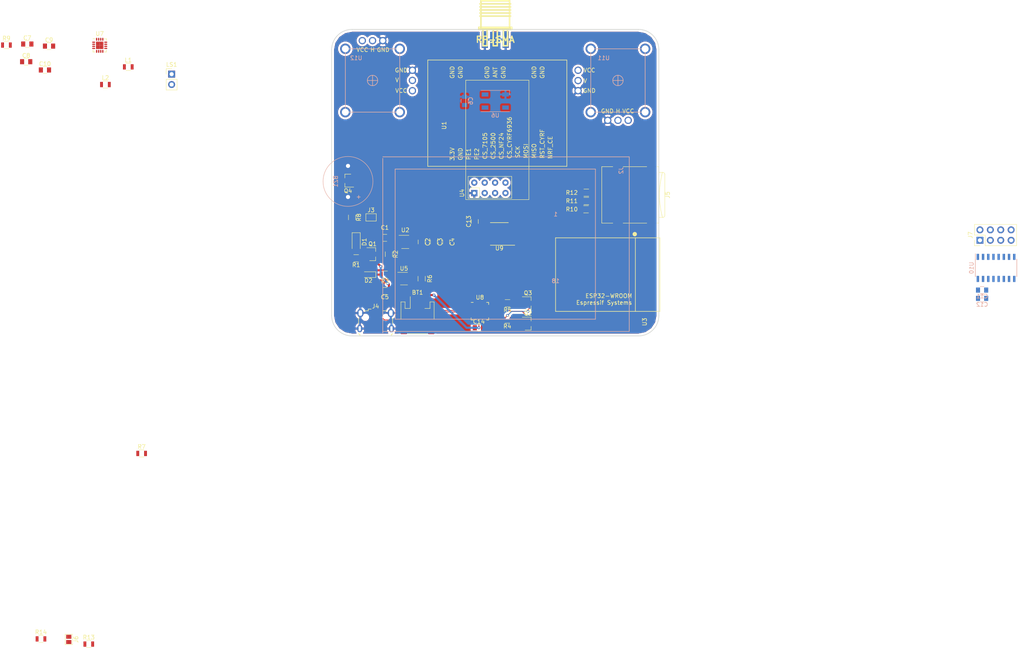
<source format=kicad_pcb>
(kicad_pcb (version 4) (host pcbnew 4.0.7-e2-6376~60~ubuntu17.10.1)
  (title_block (title Spectre-TX) (date 2017-09-23) (rev V0.1))
  (layers (0 F.Cu jumper) (31 B.Cu signal) (34 B.Paste user) (35 F.Paste user) (36 B.SilkS user) (37 F.SilkS user) (38 B.Mask user) (39 F.Mask user) (44 Edge.Cuts user))
  (net 0 "")
  (net 1 GND)
  (net 2 VBAT)
  (net 3 "Net-(BZ1-Pad1)")
  (net 4 "Net-(BZ1-Pad2)")
  (net 5 "Net-(C1-Pad1)")
  (net 6 +3V3)
  (net 7 +5V)
  (net 8 "Net-(C8-Pad1)")
  (net 9 "Net-(C10-Pad1)")
  (net 10 VBUS)
  (net 11 "Net-(D2-Pad1)")
  (net 12 "Net-(J1-Pad1)")
  (net 13 "Net-(J3-Pad1)")
  (net 14 /I2S_DATA)
  (net 15 "Net-(J4-Pad4)")
  (net 16 "Net-(J5-Pad8)")
  (net 17 /MISO)
  (net 18 "Net-(J5-Pad5)")
  (net 19 "Net-(J5-Pad3)")
  (net 20 "Net-(J5-Pad2)")
  (net 21 "Net-(J5-Pad1)")
  (net 22 /INT_ADC_CH0)
  (net 23 "Net-(J6-Pad2)")
  (net 24 /EXT_ADC_CH0)
  (net 25 /EXT_ADC_CH1)
  (net 26 /EXT_ADC_CH2)
  (net 27 /EXT_ADC_CH3)
  (net 28 /EXT_ADC_CH4)
  (net 29 /EXT_ADC_CH5)
  (net 30 /EXT_ADC_CH6)
  (net 31 /EXT_ADC_CH7)
  (net 32 "Net-(L1-Pad2)")
  (net 33 "Net-(L2-Pad2)")
  (net 34 "Net-(Q2-Pad1)")
  (net 35 /GPIO_0)
  (net 36 /DTR)
  (net 37 "Net-(Q3-Pad1)")
  (net 38 /RESET)
  (net 39 "Net-(R2-Pad2)")
  (net 40 "Net-(R3-Pad1)")
  (net 41 "Net-(R6-Pad2)")
  (net 42 "Net-(J2-Pad10)")
  (net 43 "Net-(R9-Pad1)")
  (net 44 /CS_SD)
  (net 45 /MOSI)
  (net 46 /SCK)
  (net 47 /PE1)
  (net 48 /PE2)
  (net 49 /CS_A7105)
  (net 50 /CS_CC25)
  (net 51 /CS_NRF24)
  (net 52 /CS_CYRF)
  (net 53 /CYRF_RST)
  (net 54 "Net-(U2-Pad4)")
  (net 55 /TX0)
  (net 56 /RX0)
  (net 57 /CS_ADC)
  (net 58 "Net-(U3-Pad32)")
  (net 59 /NEOPIXEL)
  (net 60 /CS_TOUCH)
  (net 61 /LCD_CMD)
  (net 62 /CS_LCD)
  (net 63 "Net-(U3-Pad22)")
  (net 64 "Net-(U3-Pad21)")
  (net 65 "Net-(U3-Pad20)")
  (net 66 "Net-(U3-Pad19)")
  (net 67 "Net-(U3-Pad18)")
  (net 68 "Net-(U3-Pad17)")
  (net 69 /I2S_BCLK)
  (net 70 /I2S_LRC)
  (net 71 /INT_ADC_CH3)
  (net 72 /INT_ADC_CH2)
  (net 73 /INT_ADC_CH1)
  (net 74 "Net-(U4-Pad8)")
  (net 75 "Net-(U6-Pad2)")
  (net 76 "Net-(U7-Pad2)")
  (net 77 "Net-(U7-Pad5)")
  (net 78 "Net-(U7-Pad6)")
  (net 79 "Net-(U7-Pad12)")
  (net 80 "Net-(U7-Pad13)")
  (net 81 "Net-(U8-Pad1)")
  (net 82 "Net-(U8-Pad9)")
  (net 83 "Net-(U8-Pad10)")
  (net 84 "Net-(U8-Pad11)")
  (net 85 "Net-(U8-Pad12)")
  (net 86 "Net-(U8-Pad13)")
  (net 87 "Net-(U8-Pad14)")
  (net 88 "Net-(U8-Pad15)")
  (net 89 "Net-(U8-Pad16)")
  (net 90 "Net-(U8-Pad17)")
  (net 91 "Net-(U8-Pad18)")
  (net 92 /RTS)
  (net 93 "Net-(U8-Pad22)")
  (net 94 "Net-(U8-Pad24)")
  (net 95 /TS_X+)
  (net 96 /TS_Y+)
  (net 97 /TS_X-)
  (net 98 /TS_Y-)
  (net 99 "Net-(U9-Pad8)")
  (net 100 "Net-(U9-Pad11)")
  (net 101 "Net-(U9-Pad13)")
  (net 102 /D+)
  (net 103 /D-)
  (net 104 "Net-(J2-Pad2)")
  (module Connectors_JST:JST_PH_S2B-PH-SM4-TB_02x2.00mm_Angled (layer F.Cu) (at 128.188 109.088)
    (fp_text reference BT1 (at 0 -5.625) (layer F.SilkS))
    (fp_text value Battery_Cell)
    (pad 1 smd rect (at -1 -2.875) (size 1 3.5) (layers F.Cu F.Paste F.Mask) (net 2 VBAT))
    (pad 2 smd rect (at 1 -2.875) (size 1 3.5) (layers F.Cu F.Paste F.Mask) (net 1 GND))
    (pad "" smd rect (at -3.35 2.875) (size 1.5 3.4) (layers F.Cu F.Paste F.Mask))
    (pad "" smd rect (at 3.35 2.875) (size 1.5 3.4) (layers F.Cu F.Paste F.Mask))
  )
  (module Buzzers_Beepers:Buzzer_12x9.5RM7.6 (layer B.Cu) (at 111.188 80.088 90)
    (fp_text reference BZ1 (at 3.8 -3 90) (layer B.SilkS) (effects (justify mirror)))
    (fp_text value Buzzer)
    (fp_text user + (at -0.01 2.54 90) (layer B.SilkS) (effects (justify mirror)))
    (pad 1 thru_hole rect (at 0 0 90) (size 2 2) (drill 1) (layers *.Cu *.Mask) (net 3 "Net-(BZ1-Pad1)"))
    (pad 2 thru_hole circle (at 7.6 0 90) (size 2 2) (drill 1) (layers *.Cu *.Mask) (net 4 "Net-(BZ1-Pad2)"))
  )
  (module Capacitors_SMD:C_0805 (layer F.Cu) (at 120.188 90.088 180)
    (fp_text reference C1 (at 0 2.5 180) (layer F.SilkS))
    (fp_text value 10uF)
    (pad 1 smd rect (at -1 0 180) (size 1 1.25) (layers F.Cu F.Paste F.Mask) (net 5 "Net-(C1-Pad1)"))
    (pad 2 smd rect (at 1 0 180) (size 1 1.25) (layers F.Cu F.Paste F.Mask) (net 1 GND))
  )
  (module Capacitors_SMD:C_0805 (layer F.Cu) (at 129.188 91.088 270)
    (fp_text reference C2 (at 0 -1.5 270) (layer F.SilkS))
    (fp_text value 10uF)
    (pad 1 smd rect (at -1 0 270) (size 1 1.25) (layers F.Cu F.Paste F.Mask) (net 6 +3V3))
    (pad 2 smd rect (at 1 0 270) (size 1 1.25) (layers F.Cu F.Paste F.Mask) (net 1 GND))
  )
  (module Capacitors_SMD:C_0805 (layer F.Cu) (at 132.188 91.088 270)
    (fp_text reference C3 (at 0 -1.5 270) (layer F.SilkS))
    (fp_text value 1uF)
    (pad 1 smd rect (at -1 0 270) (size 1 1.25) (layers F.Cu F.Paste F.Mask) (net 6 +3V3))
    (pad 2 smd rect (at 1 0 270) (size 1 1.25) (layers F.Cu F.Paste F.Mask) (net 1 GND))
  )
  (module Capacitors_SMD:C_0805 (layer F.Cu) (at 135.188 91.088 270)
    (fp_text reference C4 (at 0 -1.5 270) (layer F.SilkS))
    (fp_text value 10uF)
    (pad 1 smd rect (at -1 0 270) (size 1 1.25) (layers F.Cu F.Paste F.Mask) (net 6 +3V3))
    (pad 2 smd rect (at 1 0 270) (size 1 1.25) (layers F.Cu F.Paste F.Mask) (net 1 GND))
  )
  (module Capacitors_SMD:C_0805 (layer F.Cu) (at 120.188 103.088 180)
    (fp_text reference C5 (at 0 -1.5 180) (layer F.SilkS))
    (fp_text value 10uF)
    (pad 1 smd rect (at -1 0 180) (size 1 1.25) (layers F.Cu F.Paste F.Mask) (net 2 VBAT))
    (pad 2 smd rect (at 1 0 180) (size 1 1.25) (layers F.Cu F.Paste F.Mask) (net 1 GND))
  )
  (module Capacitors_SMD:C_0805 (layer B.Cu) (at 139.688 56.588 90)
    (fp_text reference C6 (at 0 1.5 90) (layer B.SilkS) (effects (justify mirror)))
    (fp_text value 1µF)
    (pad 1 smd rect (at -1 0 90) (size 1 1.25) (layers B.Cu B.Paste B.Mask) (net 6 +3V3))
    (pad 2 smd rect (at 1 0 90) (size 1 1.25) (layers B.Cu B.Paste B.Mask) (net 1 GND))
  )
  (module Capacitors_SMD:C_0805 (layer F.Cu) (at 32.782 42.672)
    (fp_text reference C7 (at 0 -1.5) (layer F.SilkS))
    (fp_text value 10uF)
    (pad 1 smd rect (at -1 0) (size 1 1.25) (layers F.Cu F.Paste F.Mask) (net 7 +5V))
    (pad 2 smd rect (at 1 0) (size 1 1.25) (layers F.Cu F.Paste F.Mask) (net 1 GND))
  )
  (module Capacitors_SMD:C_0805 (layer F.Cu) (at 32.512 46.99)
    (fp_text reference C8 (at 0 -1.5) (layer F.SilkS))
    (fp_text value 220pF)
    (pad 1 smd rect (at -1 0) (size 1 1.25) (layers F.Cu F.Paste F.Mask) (net 8 "Net-(C8-Pad1)"))
    (pad 2 smd rect (at 1 0) (size 1 1.25) (layers F.Cu F.Paste F.Mask) (net 1 GND))
  )
  (module Capacitors_SMD:C_0805 (layer F.Cu) (at 38.1 43.18)
    (fp_text reference C9 (at 0 -1.5) (layer F.SilkS))
    (fp_text value 0.1uF)
    (pad 1 smd rect (at -1 0) (size 1 1.25) (layers F.Cu F.Paste F.Mask) (net 7 +5V))
    (pad 2 smd rect (at 1 0) (size 1 1.25) (layers F.Cu F.Paste F.Mask) (net 1 GND))
  )
  (module Capacitors_SMD:C_0805 (layer F.Cu) (at 37.1 49.022)
    (fp_text reference C10 (at 0 -1.5) (layer F.SilkS))
    (fp_text value 220pF)
    (pad 1 smd rect (at -1 0) (size 1 1.25) (layers F.Cu F.Paste F.Mask) (net 9 "Net-(C10-Pad1)"))
    (pad 2 smd rect (at 1 0) (size 1 1.25) (layers F.Cu F.Paste F.Mask) (net 1 GND))
  )
  (module Capacitors_SMD:C_0805 (layer B.Cu) (at 266.208 102.87)
    (fp_text reference C11 (at 0 1.5) (layer B.SilkS) (effects (justify mirror)))
    (fp_text value 0.1µF)
    (pad 1 smd rect (at -1 0) (size 1 1.25) (layers B.Cu B.Paste B.Mask) (net 6 +3V3))
    (pad 2 smd rect (at 1 0) (size 1 1.25) (layers B.Cu B.Paste B.Mask) (net 1 GND))
  )
  (module Capacitors_SMD:C_0805 (layer B.Cu) (at 266.208 104.902)
    (fp_text reference C12 (at 0 1.5) (layer B.SilkS) (effects (justify mirror)))
    (fp_text value 10µF)
    (pad 1 smd rect (at -1 0) (size 1 1.25) (layers B.Cu B.Paste B.Mask) (net 6 +3V3))
    (pad 2 smd rect (at 1 0) (size 1 1.25) (layers B.Cu B.Paste B.Mask) (net 1 GND))
  )
  (module Capacitors_SMD:C_0805 (layer F.Cu) (at 142.188 86.088 90)
    (fp_text reference C13 (at 0 -1.5 90) (layer F.SilkS))
    (fp_text value ???)
    (pad 1 smd rect (at -1 0 90) (size 1 1.25) (layers F.Cu F.Paste F.Mask) (net 6 +3V3))
    (pad 2 smd rect (at 1 0 90) (size 1 1.25) (layers F.Cu F.Paste F.Mask) (net 1 GND))
  )
  (module Diodes_SMD:D_SOD-123 (layer F.Cu) (at 113.188 91.088 270)
    (fp_text reference D1 (at 0 -2 270) (layer F.SilkS))
    (fp_text value MBR120)
    (pad 1 smd rect (at -1.65 0 270) (size 0.9 1.2) (layers F.Cu F.Paste F.Mask) (net 5 "Net-(C1-Pad1)"))
    (pad 2 smd rect (at 1.65 0 270) (size 0.9 1.2) (layers F.Cu F.Paste F.Mask) (net 10 VBUS))
  )
  (module LEDs:LED_0805 (layer F.Cu) (at 116.188 99.088 180)
    (fp_text reference D2 (at 0 -1.45 180) (layer F.SilkS))
    (fp_text value orange)
    (pad 2 smd rect (at 1.1 0) (size 1.2 1.2) (layers F.Cu F.Paste F.Mask) (net 10 VBUS))
    (pad 1 smd rect (at -1.1 0) (size 1.2 1.2) (layers F.Cu F.Paste F.Mask) (net 11 "Net-(D2-Pad1)"))
  )
  (module spectre:CON-SMA-EDGE (layer F.Cu) (at 147.188 41.588 180)
    (fp_text reference J1 (at 0 0 180) (layer F.SilkS) (effects (font (thickness 0.3048))))
    (fp_text value RP-SMA (at 0 0 180) (layer F.SilkS) (effects (font (thickness 0.3048))))
    (pad 1 smd rect (at 0 0 180) (size 1.524 4.064) (layers F.Cu F.Paste F.Mask) (net 12 "Net-(J1-Pad1)"))
    (pad 2 smd rect (at -2.54 0 180) (size 1.524 4.064) (layers F.Cu F.Paste F.Mask) (net 1 GND))
    (pad 4 smd rect (at 2.54 0 180) (size 1.524 4.064) (layers F.Cu F.Paste F.Mask) (net 1 GND))
    (pad 3 smd rect (at -2.54 0 180) (size 1.524 4.064) (layers B.Cu B.Paste B.Mask) (net 1 GND))
    (pad 5 smd rect (at 2.54 0 180) (size 1.524 4.064) (layers B.Cu B.Paste B.Mask) (net 1 GND))
  )
  (module Connectors:GS2 (layer F.Cu) (at 116.828 85.088 90)
    (fp_text reference J3 (at 1.78 0 180) (layer F.SilkS))
    (fp_text value GS2)
    (pad 1 smd rect (at 0 -0.64 90) (size 1.27 0.97) (layers F.Cu F.Paste F.Mask) (net 13 "Net-(J3-Pad1)"))
    (pad 2 smd rect (at 0 0.64 90) (size 1.27 0.97) (layers F.Cu F.Paste F.Mask) (net 14 /I2S_DATA))
  )
  (module Connectors_USB:USB_Micro-B_Wuerth-629105150521 (layer F.Cu) (at 117.938 110.338)
    (fp_text reference J4 (at 0 -3.5) (layer F.SilkS))
    (fp_text value USB_OTG)
    (pad 1 smd rect (at -1.3 -1.9) (size 0.45 1.3) (layers F.Cu F.Paste F.Mask) (net 10 VBUS))
    (pad 2 smd rect (at -0.65 -1.9) (size 0.45 1.3) (layers F.Cu F.Paste F.Mask) (net 102 /D+))
    (pad 3 smd rect (at 0 -1.9) (size 0.45 1.3) (layers F.Cu F.Paste F.Mask) (net 103 /D-))
    (pad 4 smd rect (at 0.65 -1.9) (size 0.45 1.3) (layers F.Cu F.Paste F.Mask) (net 15 "Net-(J4-Pad4)"))
    (pad 5 smd rect (at 1.3 -1.9) (size 0.45 1.3) (layers F.Cu F.Paste F.Mask) (net 1 GND))
    (pad 6 thru_hole oval (at -3.725 -1.85) (size 1.45 2) (drill oval 0.85 1.4) (layers *.Cu *.Mask) (net 1 GND))
    (pad 6 thru_hole oval (at 3.725 -1.85) (size 1.45 2) (drill oval 0.85 1.4) (layers *.Cu *.Mask) (net 1 GND))
    (pad 6 thru_hole oval (at -3.875 1.95) (size 1.15 1.8) (drill oval 0.55 1.2) (layers *.Cu *.Mask) (net 1 GND))
    (pad 6 thru_hole oval (at 3.875 1.95) (size 1.15 1.8) (drill oval 0.55 1.2) (layers *.Cu *.Mask) (net 1 GND))
    (pad "" np_thru_hole oval (at -2.5 -0.8) (size 0.8 0.8) (drill 0.8) (layers *.Cu *.Mask))
    (pad "" np_thru_hole oval (at 2.5 -0.8) (size 0.8 0.8) (drill 0.8) (layers *.Cu *.Mask))
  )
  (module Connectors:microSD_Card_Receptacle_Wuerth_693072010801 (layer F.Cu) (at 180.188 79.588 270)
    (fp_text reference J5 (at 0 -9.14 270) (layer F.SilkS))
    (fp_text value Micro_SD_Card)
    (pad 9 smd rect (at 6.875 -5.3 270) (size 1.45 2) (layers F.Cu F.Paste F.Mask) (net 1 GND))
    (pad 9 smd rect (at -6.875 -5.3 270) (size 1.45 2) (layers F.Cu F.Paste F.Mask) (net 1 GND))
    (pad 9 smd rect (at -6.875 3 270) (size 1.45 2) (layers F.Cu F.Paste F.Mask) (net 1 GND))
    (pad 9 smd rect (at 6.875 3 270) (size 1.45 2) (layers F.Cu F.Paste F.Mask) (net 1 GND))
    (pad 8 smd rect (at 4.5 -2.7 270) (size 0.8 1.5) (layers F.Cu F.Paste F.Mask) (net 16 "Net-(J5-Pad8)"))
    (pad 7 smd rect (at 3.4 -2.7 270) (size 0.8 1.5) (layers F.Cu F.Paste F.Mask) (net 17 /MISO))
    (pad 6 smd rect (at 2.3 -2.7 270) (size 0.8 1.5) (layers F.Cu F.Paste F.Mask) (net 1 GND))
    (pad 5 smd rect (at 1.2 -2.7 270) (size 0.8 1.5) (layers F.Cu F.Paste F.Mask) (net 18 "Net-(J5-Pad5)"))
    (pad 4 smd rect (at 0.1 -2.7 270) (size 0.8 1.5) (layers F.Cu F.Paste F.Mask) (net 6 +3V3))
    (pad 3 smd rect (at -1 -2.7 270) (size 0.8 1.5) (layers F.Cu F.Paste F.Mask) (net 19 "Net-(J5-Pad3)"))
    (pad 2 smd rect (at -2.1 -2.7 270) (size 0.8 1.5) (layers F.Cu F.Paste F.Mask) (net 20 "Net-(J5-Pad2)"))
    (pad 1 smd rect (at -3.2 -2.7 270) (size 0.8 1.5) (layers F.Cu F.Paste F.Mask) (net 21 "Net-(J5-Pad1)"))
  )
  (module Connectors:GS2 (layer F.Cu) (at 42.926 188.336)
    (fp_text reference J6 (at 1.78 0 90) (layer F.SilkS))
    (fp_text value GS2)
    (pad 1 smd rect (at 0 -0.64) (size 1.27 0.97) (layers F.Cu F.Paste F.Mask) (net 22 /INT_ADC_CH0))
    (pad 2 smd rect (at 0 0.64) (size 1.27 0.97) (layers F.Cu F.Paste F.Mask) (net 23 "Net-(J6-Pad2)"))
  )
  (module Pin_Headers:Pin_Header_Straight_2x04_Pitch2.54mm (layer F.Cu) (at 265.684 90.678 90)
    (fp_text reference J7 (at 1.27 -2.33 90) (layer F.SilkS))
    (fp_text value Conn_ADC)
    (pad 1 thru_hole rect (at 0 0 90) (size 1.7 1.7) (drill 1) (layers *.Cu *.Mask) (net 24 /EXT_ADC_CH0))
    (pad 2 thru_hole oval (at 2.54 0 90) (size 1.7 1.7) (drill 1) (layers *.Cu *.Mask) (net 25 /EXT_ADC_CH1))
    (pad 3 thru_hole oval (at 0 2.54 90) (size 1.7 1.7) (drill 1) (layers *.Cu *.Mask) (net 26 /EXT_ADC_CH2))
    (pad 4 thru_hole oval (at 2.54 2.54 90) (size 1.7 1.7) (drill 1) (layers *.Cu *.Mask) (net 27 /EXT_ADC_CH3))
    (pad 5 thru_hole oval (at 0 5.08 90) (size 1.7 1.7) (drill 1) (layers *.Cu *.Mask) (net 28 /EXT_ADC_CH4))
    (pad 6 thru_hole oval (at 2.54 5.08 90) (size 1.7 1.7) (drill 1) (layers *.Cu *.Mask) (net 29 /EXT_ADC_CH5))
    (pad 7 thru_hole oval (at 0 7.62 90) (size 1.7 1.7) (drill 1) (layers *.Cu *.Mask) (net 30 /EXT_ADC_CH6))
    (pad 8 thru_hole oval (at 2.54 7.62 90) (size 1.7 1.7) (drill 1) (layers *.Cu *.Mask) (net 31 /EXT_ADC_CH7))
  )
  (module Resistors_SMD:R_0805 (layer F.Cu) (at 57.47 48.26)
    (fp_text reference L1 (at 0 -1.65) (layer F.SilkS))
    (fp_text value Ferrite_Bead_Small)
    (pad 1 smd rect (at -0.95 0) (size 0.7 1.3) (layers F.Cu F.Paste F.Mask) (net 9 "Net-(C10-Pad1)"))
    (pad 2 smd rect (at 0.95 0) (size 0.7 1.3) (layers F.Cu F.Paste F.Mask) (net 32 "Net-(L1-Pad2)"))
  )
  (module Resistors_SMD:R_0805 (layer F.Cu) (at 51.882 52.578)
    (fp_text reference L2 (at 0 -1.65) (layer F.SilkS))
    (fp_text value Ferrite_Bead_Small)
    (pad 1 smd rect (at -0.95 0) (size 0.7 1.3) (layers F.Cu F.Paste F.Mask) (net 8 "Net-(C8-Pad1)"))
    (pad 2 smd rect (at 0.95 0) (size 0.7 1.3) (layers F.Cu F.Paste F.Mask) (net 33 "Net-(L2-Pad2)"))
  )
  (module Pin_Headers:Pin_Header_Straight_1x02_Pitch2.54mm (layer F.Cu) (at 68.072 50.038)
    (fp_text reference LS1 (at 0 -2.33) (layer F.SilkS))
    (fp_text value Speaker)
    (pad 1 thru_hole rect (at 0 0) (size 1.7 1.7) (drill 1) (layers *.Cu *.Mask) (net 9 "Net-(C10-Pad1)"))
    (pad 2 thru_hole oval (at 0 2.54) (size 1.7 1.7) (drill 1) (layers *.Cu *.Mask) (net 8 "Net-(C8-Pad1)"))
  )
  (module TO_SOT_Packages_SMD:SOT-23 (layer F.Cu) (at 117.188 94.088)
    (fp_text reference Q1 (at 0 -2.5) (layer F.SilkS))
    (fp_text value DMG3415U)
    (pad 1 smd rect (at -1 -0.95) (size 0.9 0.8) (layers F.Cu F.Paste F.Mask) (net 2 VBAT))
    (pad 2 smd rect (at -1 0.95) (size 0.9 0.8) (layers F.Cu F.Paste F.Mask) (net 10 VBUS))
    (pad 3 smd rect (at 1 0) (size 0.9 0.8) (layers F.Cu F.Paste F.Mask) (net 5 "Net-(C1-Pad1)"))
  )
  (module TO_SOT_Packages_SMD:SOT-23 (layer F.Cu) (at 155.188 111.088)
    (fp_text reference Q2 (at 0 -2.5) (layer F.SilkS))
    (fp_text value Q_NPN_BCE)
    (pad 1 smd rect (at -1 -0.95) (size 0.9 0.8) (layers F.Cu F.Paste F.Mask) (net 34 "Net-(Q2-Pad1)"))
    (pad 2 smd rect (at -1 0.95) (size 0.9 0.8) (layers F.Cu F.Paste F.Mask) (net 35 /GPIO_0))
    (pad 3 smd rect (at 1 0) (size 0.9 0.8) (layers F.Cu F.Paste F.Mask) (net 36 /DTR))
  )
  (module TO_SOT_Packages_SMD:SOT-23 (layer F.Cu) (at 155.188 106.088)
    (fp_text reference Q3 (at 0 -2.5) (layer F.SilkS))
    (fp_text value Q_NPN_BCE)
    (pad 1 smd rect (at -1 -0.95) (size 0.9 0.8) (layers F.Cu F.Paste F.Mask) (net 37 "Net-(Q3-Pad1)"))
    (pad 2 smd rect (at -1 0.95) (size 0.9 0.8) (layers F.Cu F.Paste F.Mask) (net 38 /RESET))
    (pad 3 smd rect (at 1 0) (size 0.9 0.8) (layers F.Cu F.Paste F.Mask) (net 92 /RTS))
  )
  (module TO_SOT_Packages_SMD:SOT-23 (layer F.Cu) (at 111.188 76.088 180)
    (fp_text reference Q4 (at 0 -2.5 180) (layer F.SilkS))
    (fp_text value Q_NPN_BCE)
    (pad 1 smd rect (at -1 -0.95 180) (size 0.9 0.8) (layers F.Cu F.Paste F.Mask) (net 13 "Net-(J3-Pad1)"))
    (pad 2 smd rect (at -1 0.95 180) (size 0.9 0.8) (layers F.Cu F.Paste F.Mask) (net 4 "Net-(BZ1-Pad2)"))
    (pad 3 smd rect (at 1 0 180) (size 0.9 0.8) (layers F.Cu F.Paste F.Mask) (net 1 GND))
  )
  (module Resistors_SMD:R_0805 (layer F.Cu) (at 113.188 95.088 180)
    (fp_text reference R1 (at 0 -1.65 180) (layer F.SilkS))
    (fp_text value 100k)
    (pad 1 smd rect (at -0.95 0 180) (size 0.7 1.3) (layers F.Cu F.Paste F.Mask) (net 10 VBUS))
    (pad 2 smd rect (at 0.95 0 180) (size 0.7 1.3) (layers F.Cu F.Paste F.Mask) (net 1 GND))
  )
  (module Resistors_SMD:R_0805 (layer F.Cu) (at 121.188 94.088 270)
    (fp_text reference R2 (at 0 -1.65 270) (layer F.SilkS))
    (fp_text value 100K)
    (pad 1 smd rect (at -0.95 0 270) (size 0.7 1.3) (layers F.Cu F.Paste F.Mask) (net 5 "Net-(C1-Pad1)"))
    (pad 2 smd rect (at 0.95 0 270) (size 0.7 1.3) (layers F.Cu F.Paste F.Mask) (net 39 "Net-(R2-Pad2)"))
  )
  (module Resistors_SMD:R_0805 (layer F.Cu) (at 120.238 99.088 180)
    (fp_text reference R3 (at 0 -1.65 180) (layer F.SilkS))
    (fp_text value 1k)
    (pad 1 smd rect (at -0.95 0 180) (size 0.7 1.3) (layers F.Cu F.Paste F.Mask) (net 40 "Net-(R3-Pad1)"))
    (pad 2 smd rect (at 0.95 0 180) (size 0.7 1.3) (layers F.Cu F.Paste F.Mask) (net 11 "Net-(D2-Pad1)"))
  )
  (module Resistors_SMD:R_0805 (layer F.Cu) (at 150.138 110.088 180)
    (fp_text reference R4 (at 0 -1.65 180) (layer F.SilkS))
    (fp_text value 10K)
    (pad 1 smd rect (at -0.95 0 180) (size 0.7 1.3) (layers F.Cu F.Paste F.Mask) (net 34 "Net-(Q2-Pad1)"))
    (pad 2 smd rect (at 0.95 0 180) (size 0.7 1.3) (layers F.Cu F.Paste F.Mask) (net 92 /RTS))
  )
  (module Resistors_SMD:R_0805 (layer F.Cu) (at 150.188 106.088 180)
    (fp_text reference R5 (at 0 -1.65 180) (layer F.SilkS))
    (fp_text value 10K)
    (pad 1 smd rect (at -0.95 0 180) (size 0.7 1.3) (layers F.Cu F.Paste F.Mask) (net 37 "Net-(Q3-Pad1)"))
    (pad 2 smd rect (at 0.95 0 180) (size 0.7 1.3) (layers F.Cu F.Paste F.Mask) (net 36 /DTR))
  )
  (module Resistors_SMD:R_0805 (layer F.Cu) (at 129.188 100.088 90)
    (fp_text reference R6 (at 0 2 90) (layer F.SilkS))
    (fp_text value 4.7K)
    (pad 1 smd rect (at -0.95 0 90) (size 0.7 1.3) (layers F.Cu F.Paste F.Mask) (net 1 GND))
    (pad 2 smd rect (at 0.95 0 90) (size 0.7 1.3) (layers F.Cu F.Paste F.Mask) (net 41 "Net-(R6-Pad2)"))
  )
  (module Resistors_SMD:R_0805 (layer F.Cu) (at 60.738 142.838)
    (fp_text reference R7 (at 0 -1.65) (layer F.SilkS))
    (fp_text value 3.9R)
    (pad 1 smd rect (at -0.95 0) (size 0.7 1.3) (layers F.Cu F.Paste F.Mask) (net 6 +3V3))
    (pad 2 smd rect (at 0.95 0) (size 0.7 1.3) (layers F.Cu F.Paste F.Mask) (net 42 "Net-(J2-Pad10)"))
  )
  (module Resistors_SMD:R_0805 (layer F.Cu) (at 112.188 85.088 270)
    (fp_text reference R8 (at 0 -1.65 270) (layer F.SilkS))
    (fp_text value 4.7R)
    (pad 1 smd rect (at -0.95 0 270) (size 0.7 1.3) (layers F.Cu F.Paste F.Mask) (net 3 "Net-(BZ1-Pad1)"))
    (pad 2 smd rect (at 0.95 0 270) (size 0.7 1.3) (layers F.Cu F.Paste F.Mask) (net 6 +3V3))
  )
  (module Resistors_SMD:R_0805 (layer F.Cu) (at 27.686 42.926)
    (fp_text reference R9 (at 0 -1.65) (layer F.SilkS))
    (fp_text value 1M)
    (pad 1 smd rect (at -0.95 0) (size 0.7 1.3) (layers F.Cu F.Paste F.Mask) (net 43 "Net-(R9-Pad1)"))
    (pad 2 smd rect (at 0.95 0) (size 0.7 1.3) (layers F.Cu F.Paste F.Mask) (net 7 +5V))
  )
  (module Resistors_SMD:R_0805 (layer F.Cu) (at 169.388 83.102)
    (fp_text reference R10 (at -3.49 0) (layer F.SilkS))
    (fp_text value 10K)
    (pad 1 smd rect (at -0.95 0) (size 0.7 1.3) (layers F.Cu F.Paste F.Mask) (net 44 /CS_SD))
    (pad 2 smd rect (at 0.95 0) (size 0.7 1.3) (layers F.Cu F.Paste F.Mask) (net 20 "Net-(J5-Pad2)"))
  )
  (module Resistors_SMD:R_0805 (layer F.Cu) (at 169.454 81.07 180)
    (fp_text reference R11 (at 3.556 0 180) (layer F.SilkS))
    (fp_text value 10K)
    (pad 1 smd rect (at -0.95 0 180) (size 0.7 1.3) (layers F.Cu F.Paste F.Mask) (net 19 "Net-(J5-Pad3)"))
    (pad 2 smd rect (at 0.95 0 180) (size 0.7 1.3) (layers F.Cu F.Paste F.Mask) (net 45 /MOSI))
  )
  (module Resistors_SMD:R_0805 (layer F.Cu) (at 169.454 79.038 180)
    (fp_text reference R12 (at 3.556 0 180) (layer F.SilkS))
    (fp_text value 10K)
    (pad 1 smd rect (at -0.95 0 180) (size 0.7 1.3) (layers F.Cu F.Paste F.Mask) (net 18 "Net-(J5-Pad5)"))
    (pad 2 smd rect (at 0.95 0 180) (size 0.7 1.3) (layers F.Cu F.Paste F.Mask) (net 46 /SCK))
  )
  (module Resistors_SMD:R_0805 (layer F.Cu) (at 47.813 189.484)
    (fp_text reference R13 (at 0 -1.65) (layer F.SilkS))
    (fp_text value 100K)
    (pad 1 smd rect (at -0.95 0) (size 0.7 1.3) (layers F.Cu F.Paste F.Mask) (net 2 VBAT))
    (pad 2 smd rect (at 0.95 0) (size 0.7 1.3) (layers F.Cu F.Paste F.Mask) (net 23 "Net-(J6-Pad2)"))
  )
  (module Resistors_SMD:R_0805 (layer F.Cu) (at 36.129 188.214)
    (fp_text reference R14 (at 0 -1.65) (layer F.SilkS))
    (fp_text value 100K)
    (pad 1 smd rect (at -0.95 0) (size 0.7 1.3) (layers F.Cu F.Paste F.Mask) (net 23 "Net-(J6-Pad2)"))
    (pad 2 smd rect (at 0.95 0) (size 0.7 1.3) (layers F.Cu F.Paste F.Mask) (net 1 GND))
  )
  (module spectre:RF4IN1 (layer F.Cu) (at 147.688 59.588 90)
    (fp_text reference U1 (at -3 -13 90) (layer F.SilkS))
    (fp_text value RF4IN1)
    (fp_text user NRF_CE (at -8.382 12.954 90) (layer F.SilkS))
    (fp_text user ANT (at 10 -0.5 90) (layer F.SilkS))
    (fp_text user GND (at 10 1.5 90) (layer F.SilkS))
    (fp_text user GND (at 10 -2.5 90) (layer F.SilkS))
    (fp_text user GND (at 10 11 90) (layer F.SilkS))
    (fp_text user GND (at 10 9 90) (layer F.SilkS))
    (fp_text user GND (at 10 -9 90) (layer F.SilkS))
    (fp_text user GND (at 10 -11 90) (layer F.SilkS))
    (fp_text user RST_CYRF (at -7.5 11 90) (layer F.SilkS))
    (fp_text user MISO (at -9.25 9 90) (layer F.SilkS))
    (fp_text user MOSI (at -9.25 7 90) (layer F.SilkS))
    (fp_text user SCK (at -9.5 5 90) (layer F.SilkS))
    (fp_text user CS_CYRF6936 (at -6 3 90) (layer F.SilkS))
    (fp_text user CS_NF24 (at -8 1 90) (layer F.SilkS))
    (fp_text user CS_2500 (at -8 -1 90) (layer F.SilkS))
    (fp_text user CS_7105 (at -8 -3 90) (layer F.SilkS))
    (fp_text user PE2 (at -10 -5 90) (layer F.SilkS))
    (fp_text user PE1 (at -10 -7 90) (layer F.SilkS))
    (fp_text user GND (at -10 -9 90) (layer F.SilkS))
    (fp_text user 3.3V (at -10 -11 90) (layer F.SilkS))
    (pad 1 smd rect (at -13 -11 90) (size 2.54 1.27) (layers F.Cu F.Paste F.Mask) (net 6 +3V3))
    (pad 2 smd rect (at -13 -9 90) (size 2.54 1.27) (layers F.Cu F.Paste F.Mask) (net 1 GND))
    (pad 3 smd rect (at -13 -7 90) (size 2.54 1.27) (layers F.Cu F.Paste F.Mask) (net 47 /PE1))
    (pad 4 smd rect (at -13 -5 90) (size 2.54 1.27) (layers F.Cu F.Paste F.Mask) (net 48 /PE2))
    (pad 5 smd rect (at -13 -3 90) (size 2.54 1.27) (layers F.Cu F.Paste F.Mask) (net 49 /CS_A7105))
    (pad 6 smd rect (at -13 -1 90) (size 2.54 1.27) (layers F.Cu F.Paste F.Mask) (net 50 /CS_CC25))
    (pad 7 smd rect (at -13 1 90) (size 2.54 1.27) (layers F.Cu F.Paste F.Mask) (net 51 /CS_NRF24))
    (pad 8 smd rect (at -13 3 90) (size 2.54 1.27) (layers F.Cu F.Paste F.Mask) (net 52 /CS_CYRF))
    (pad 9 smd rect (at -13 5 90) (size 2.54 1.27) (layers F.Cu F.Paste F.Mask) (net 46 /SCK))
    (pad 10 smd rect (at -13 7 90) (size 2.54 1.27) (layers F.Cu F.Paste F.Mask) (net 45 /MOSI))
    (pad 11 smd rect (at -13 9 90) (size 2.54 1.27) (layers F.Cu F.Paste F.Mask) (net 17 /MISO))
    (pad 12 smd rect (at -13 11 90) (size 2.54 1.27) (layers F.Cu F.Paste F.Mask) (net 53 /CYRF_RST))
    (pad 19 smd rect (at 13 11 90) (size 2.54 1.27) (layers F.Cu F.Paste F.Mask) (net 1 GND))
    (pad 14 smd rect (at 13 -9 90) (size 2.54 1.27) (layers F.Cu F.Paste F.Mask) (net 1 GND))
    (pad 18 smd rect (at 13 9 90) (size 2.54 1.27) (layers F.Cu F.Paste F.Mask) (net 1 GND))
    (pad 13 smd rect (at 13 -11 90) (size 2.54 1.27) (layers F.Cu F.Paste F.Mask) (net 1 GND))
    (pad 15 smd rect (at 13 -2.5 90) (size 2.54 1.27) (layers F.Cu F.Paste F.Mask) (net 1 GND))
    (pad 16 smd rect (at 13 -0.5 90) (size 2.54 1.27) (layers F.Cu F.Paste F.Mask) (net 12 "Net-(J1-Pad1)"))
    (pad 17 smd rect (at 13 1.5 90) (size 2.54 1.27) (layers F.Cu F.Paste F.Mask) (net 1 GND))
    (pad 20 smd rect (at -13 13 90) (size 2.54 1.27) (layers F.Cu F.Paste F.Mask) (net 6 +3V3))
  )
  (module TO_SOT_Packages_SMD:SOT-23-5 (layer F.Cu) (at 125.188 91.088)
    (fp_text reference U2 (at 0 -2.9) (layer F.SilkS))
    (fp_text value AP2112-3.3)
    (pad 1 smd rect (at -1.1 -0.95) (size 1.06 0.65) (layers F.Cu F.Paste F.Mask) (net 5 "Net-(C1-Pad1)"))
    (pad 2 smd rect (at -1.1 0) (size 1.06 0.65) (layers F.Cu F.Paste F.Mask) (net 1 GND))
    (pad 3 smd rect (at -1.1 0.95) (size 1.06 0.65) (layers F.Cu F.Paste F.Mask) (net 39 "Net-(R2-Pad2)"))
    (pad 4 smd rect (at 1.1 0.95) (size 1.06 0.65) (layers F.Cu F.Paste F.Mask) (net 54 "Net-(U2-Pad4)"))
    (pad 5 smd rect (at 1.1 -0.95) (size 1.06 0.65) (layers F.Cu F.Paste F.Mask) (net 6 +3V3))
  )
  (module spectre:ESP32-WROOM (layer F.Cu) (at 174.688 99.088 90)
    (fp_text reference U3 (at -11.557 9.017 90) (layer F.SilkS))
    (fp_text value ESP32-WROOM)
    (fp_text user "Espressif Systems" (at -6.858 -0.889 180) (layer F.SilkS))
    (fp_text user ESP32-WROOM (at -5.207 0.254 180) (layer F.SilkS))
    (pad 38 smd oval (at -9 5.25 90) (size 2.5 0.9) (layers F.Cu F.Paste F.Mask) (net 1 GND))
    (pad 37 smd oval (at -9 3.98 90) (size 2.5 0.9) (layers F.Cu F.Paste F.Mask) (net 45 /MOSI))
    (pad 36 smd oval (at -9 2.71 90) (size 2.5 0.9) (layers F.Cu F.Paste F.Mask) (net 14 /I2S_DATA))
    (pad 35 smd oval (at -9 1.44 90) (size 2.5 0.9) (layers F.Cu F.Paste F.Mask) (net 55 /TX0))
    (pad 34 smd oval (at -9 0.17 90) (size 2.5 0.9) (layers F.Cu F.Paste F.Mask) (net 56 /RX0))
    (pad 33 smd oval (at -9 -1.1 90) (size 2.5 0.9) (layers F.Cu F.Paste F.Mask) (net 57 /CS_ADC))
    (pad 32 smd oval (at -9 -2.37 90) (size 2.5 0.9) (layers F.Cu F.Paste F.Mask) (net 58 "Net-(U3-Pad32)"))
    (pad 31 smd oval (at -9 -3.64 90) (size 2.5 0.9) (layers F.Cu F.Paste F.Mask) (net 17 /MISO))
    (pad 30 smd oval (at -9 -4.91 90) (size 2.5 0.9) (layers F.Cu F.Paste F.Mask) (net 46 /SCK))
    (pad 29 smd oval (at -9 -6.18 90) (size 2.5 0.9) (layers F.Cu F.Paste F.Mask) (net 59 /NEOPIXEL))
    (pad 28 smd oval (at -9 -7.45 90) (size 2.5 0.9) (layers F.Cu F.Paste F.Mask) (net 53 /CYRF_RST))
    (pad 27 smd oval (at -9 -8.72 90) (size 2.5 0.9) (layers F.Cu F.Paste F.Mask) (net 44 /CS_SD))
    (pad 26 smd oval (at -9 -9.99 90) (size 2.5 0.9) (layers F.Cu F.Paste F.Mask) (net 60 /CS_TOUCH))
    (pad 25 smd oval (at -9 -11.26 90) (size 2.5 0.9) (layers F.Cu F.Paste F.Mask) (net 35 /GPIO_0))
    (pad 24 smd oval (at -5.715 -12.75 90) (size 0.9 2.5) (layers F.Cu F.Paste F.Mask) (net 61 /LCD_CMD))
    (pad 23 smd oval (at -4.445 -12.75 90) (size 0.9 2.5) (layers F.Cu F.Paste F.Mask) (net 62 /CS_LCD))
    (pad 22 smd oval (at -3.175 -12.75 90) (size 0.9 2.5) (layers F.Cu F.Paste F.Mask) (net 63 "Net-(U3-Pad22)"))
    (pad 21 smd oval (at -1.905 -12.75 90) (size 0.9 2.5) (layers F.Cu F.Paste F.Mask) (net 64 "Net-(U3-Pad21)"))
    (pad 20 smd oval (at -0.635 -12.75 90) (size 0.9 2.5) (layers F.Cu F.Paste F.Mask) (net 65 "Net-(U3-Pad20)"))
    (pad 19 smd oval (at 0.635 -12.75 90) (size 0.9 2.5) (layers F.Cu F.Paste F.Mask) (net 66 "Net-(U3-Pad19)"))
    (pad 18 smd oval (at 1.905 -12.75 90) (size 0.9 2.5) (layers F.Cu F.Paste F.Mask) (net 67 "Net-(U3-Pad18)"))
    (pad 17 smd oval (at 3.175 -12.75 90) (size 0.9 2.5) (layers F.Cu F.Paste F.Mask) (net 68 "Net-(U3-Pad17)"))
    (pad 16 smd oval (at 4.445 -12.75 90) (size 0.9 2.5) (layers F.Cu F.Paste F.Mask) (net 47 /PE1))
    (pad 15 smd oval (at 5.715 -12.75 90) (size 0.9 2.5) (layers F.Cu F.Paste F.Mask) (net 1 GND))
    (pad 14 smd oval (at 9 -11.26 90) (size 2.5 0.9) (layers F.Cu F.Paste F.Mask) (net 48 /PE2))
    (pad 13 smd oval (at 9 -9.99 90) (size 2.5 0.9) (layers F.Cu F.Paste F.Mask) (net 49 /CS_A7105))
    (pad 12 smd oval (at 9 -8.72 90) (size 2.5 0.9) (layers F.Cu F.Paste F.Mask) (net 50 /CS_CC25))
    (pad 11 smd oval (at 9 -7.45 90) (size 2.5 0.9) (layers F.Cu F.Paste F.Mask) (net 69 /I2S_BCLK))
    (pad 10 smd oval (at 9 -6.18 90) (size 2.5 0.9) (layers F.Cu F.Paste F.Mask) (net 70 /I2S_LRC))
    (pad 9 smd oval (at 9 -4.91 90) (size 2.5 0.9) (layers F.Cu F.Paste F.Mask) (net 51 /CS_NRF24))
    (pad 8 smd oval (at 9 -3.64 90) (size 2.5 0.9) (layers F.Cu F.Paste F.Mask) (net 52 /CS_CYRF))
    (pad 7 smd oval (at 9 -2.37 90) (size 2.5 0.9) (layers F.Cu F.Paste F.Mask) (net 71 /INT_ADC_CH3))
    (pad 6 smd oval (at 9 -1.1 90) (size 2.5 0.9) (layers F.Cu F.Paste F.Mask) (net 72 /INT_ADC_CH2))
    (pad 5 smd oval (at 9 0.17 90) (size 2.5 0.9) (layers F.Cu F.Paste F.Mask) (net 73 /INT_ADC_CH1))
    (pad 4 smd oval (at 9 1.44 90) (size 2.5 0.9) (layers F.Cu F.Paste F.Mask) (net 22 /INT_ADC_CH0))
    (pad 3 smd oval (at 9 2.71 90) (size 2.5 0.9) (layers F.Cu F.Paste F.Mask) (net 38 /RESET))
    (pad 2 smd oval (at 9 3.98 90) (size 2.5 0.9) (layers F.Cu F.Paste F.Mask) (net 6 +3V3))
    (pad 1 smd oval (at 9 5.25 90) (size 2.5 0.9) (layers F.Cu F.Paste F.Mask) (net 1 GND))
    (pad 39 smd rect (at 0.3 -2.45 90) (size 6 6) (layers F.Cu F.Paste F.Mask) (net 1 GND))
  )
  (module RF_Modules:nRF24L01_Breakout (layer F.Cu) (at 142.068 79.128 90)
    (fp_text reference U4 (at 0 -3 90) (layer F.SilkS))
    (fp_text value nRF24L01)
    (pad 1 thru_hole rect (at 0 0 90) (size 1.524 1.524) (drill 0.762) (layers *.Cu *.Mask) (net 1 GND))
    (pad 2 thru_hole circle (at 2.54 0 90) (size 1.524 1.524) (drill 0.762) (layers *.Cu *.Mask) (net 6 +3V3))
    (pad 3 thru_hole circle (at 0 2.54 90) (size 1.524 1.524) (drill 0.762) (layers *.Cu *.Mask) (net 6 +3V3))
    (pad 4 thru_hole circle (at 2.54 2.54 90) (size 1.524 1.524) (drill 0.762) (layers *.Cu *.Mask) (net 51 /CS_NRF24))
    (pad 5 thru_hole circle (at 0 5.08 90) (size 1.524 1.524) (drill 0.762) (layers *.Cu *.Mask) (net 46 /SCK))
    (pad 6 thru_hole circle (at 2.54 5.08 90) (size 1.524 1.524) (drill 0.762) (layers *.Cu *.Mask) (net 45 /MOSI))
    (pad 7 thru_hole circle (at 0 7.62 90) (size 1.524 1.524) (drill 0.762) (layers *.Cu *.Mask) (net 17 /MISO))
    (pad 8 thru_hole circle (at 2.54 7.62 90) (size 1.524 1.524) (drill 0.762) (layers *.Cu *.Mask) (net 74 "Net-(U4-Pad8)"))
  )
  (module TO_SOT_Packages_SMD:TSOT-23-5 (layer F.Cu) (at 124.878 100.038)
    (fp_text reference U5 (at 0 -2.45) (layer F.SilkS))
    (fp_text value MCP73831)
    (pad 1 smd rect (at -1.31 -0.95) (size 1.22 0.65) (layers F.Cu F.Paste F.Mask) (net 40 "Net-(R3-Pad1)"))
    (pad 2 smd rect (at -1.31 0) (size 1.22 0.65) (layers F.Cu F.Paste F.Mask) (net 1 GND))
    (pad 3 smd rect (at -1.31 0.95) (size 1.22 0.65) (layers F.Cu F.Paste F.Mask) (net 2 VBAT))
    (pad 4 smd rect (at 1.31 0.95) (size 1.22 0.65) (layers F.Cu F.Paste F.Mask) (net 10 VBUS))
    (pad 5 smd rect (at 1.31 -0.95) (size 1.22 0.65) (layers F.Cu F.Paste F.Mask) (net 41 "Net-(R6-Pad2)"))
  )
  (module LEDs:LED_WS2812B-PLCC4 (layer B.Cu) (at 147.188 56.6168)
    (fp_text reference U6 (at 0 3.5) (layer B.SilkS) (effects (justify mirror)))
    (fp_text value WS2812B)
    (pad 3 smd rect (at 2.5 -1.6) (size 1.6 1) (layers B.Cu B.Paste B.Mask) (net 1 GND))
    (pad 4 smd rect (at 2.5 1.6) (size 1.6 1) (layers B.Cu B.Paste B.Mask) (net 59 /NEOPIXEL))
    (pad 2 smd rect (at -2.5 -1.6) (size 1.6 1) (layers B.Cu B.Paste B.Mask) (net 75 "Net-(U6-Pad2)"))
    (pad 1 smd rect (at -2.5 1.6) (size 1.6 1) (layers B.Cu B.Paste B.Mask) (net 6 +3V3))
  )
  (module Housings_DFN_QFN:QFN-16-1EP_3x3mm_Pitch0.5mm (layer F.Cu) (at 50.488 42.984)
    (fp_text reference U7 (at 0 -2.85) (layer F.SilkS))
    (fp_text value MAX98357a)
    (pad 1 smd oval (at -1.475 -0.75) (size 0.75 0.3) (layers F.Cu F.Paste F.Mask) (net 14 /I2S_DATA))
    (pad 2 smd oval (at -1.475 -0.25) (size 0.75 0.3) (layers F.Cu F.Paste F.Mask) (net 76 "Net-(U7-Pad2)"))
    (pad 3 smd oval (at -1.475 0.25) (size 0.75 0.3) (layers F.Cu F.Paste F.Mask) (net 1 GND))
    (pad 4 smd oval (at -1.475 0.75) (size 0.75 0.3) (layers F.Cu F.Paste F.Mask) (net 43 "Net-(R9-Pad1)"))
    (pad 5 smd oval (at -0.75 1.475 90) (size 0.75 0.3) (layers F.Cu F.Paste F.Mask) (net 77 "Net-(U7-Pad5)"))
    (pad 6 smd oval (at -0.25 1.475 90) (size 0.75 0.3) (layers F.Cu F.Paste F.Mask) (net 78 "Net-(U7-Pad6)"))
    (pad 7 smd oval (at 0.25 1.475 90) (size 0.75 0.3) (layers F.Cu F.Paste F.Mask) (net 7 +5V))
    (pad 8 smd oval (at 0.75 1.475 90) (size 0.75 0.3) (layers F.Cu F.Paste F.Mask) (net 7 +5V))
    (pad 9 smd oval (at 1.475 0.75) (size 0.75 0.3) (layers F.Cu F.Paste F.Mask) (net 33 "Net-(L2-Pad2)"))
    (pad 10 smd oval (at 1.475 0.25) (size 0.75 0.3) (layers F.Cu F.Paste F.Mask) (net 32 "Net-(L1-Pad2)"))
    (pad 11 smd oval (at 1.475 -0.25) (size 0.75 0.3) (layers F.Cu F.Paste F.Mask) (net 1 GND))
    (pad 12 smd oval (at 1.475 -0.75) (size 0.75 0.3) (layers F.Cu F.Paste F.Mask) (net 79 "Net-(U7-Pad12)"))
    (pad 13 smd oval (at 0.75 -1.475 90) (size 0.75 0.3) (layers F.Cu F.Paste F.Mask) (net 80 "Net-(U7-Pad13)"))
    (pad 14 smd oval (at 0.25 -1.475 90) (size 0.75 0.3) (layers F.Cu F.Paste F.Mask) (net 70 /I2S_LRC))
    (pad 15 smd oval (at -0.25 -1.475 90) (size 0.75 0.3) (layers F.Cu F.Paste F.Mask) (net 1 GND))
    (pad 16 smd oval (at -0.75 -1.475 90) (size 0.75 0.3) (layers F.Cu F.Paste F.Mask) (net 69 /I2S_BCLK))
    (pad 17 smd rect (at 0.45 0.45) (size 0.9 0.9) (layers F.Cu F.Paste F.Mask))
    (pad 17 smd rect (at 0.45 -0.45) (size 0.9 0.9) (layers F.Cu F.Paste F.Mask))
    (pad 17 smd rect (at -0.45 0.45) (size 0.9 0.9) (layers F.Cu F.Paste F.Mask))
    (pad 17 smd rect (at -0.45 -0.45) (size 0.9 0.9) (layers F.Cu F.Paste F.Mask))
  )
  (module Housings_DFN_QFN:QFN-24-1EP_4x4mm_Pitch0.5mm (layer F.Cu) (at 143.438 108.038)
    (fp_text reference U8 (at 0 -3.375) (layer F.SilkS))
    (fp_text value CP2104)
    (pad 1 smd rect (at -1.95 -1.25) (size 0.85 0.3) (layers F.Cu F.Paste F.Mask) (net 81 "Net-(U8-Pad1)"))
    (pad 2 smd rect (at -1.95 -0.75) (size 0.85 0.3) (layers F.Cu F.Paste F.Mask) (net 1 GND))
    (pad 3 smd rect (at -1.95 -0.25) (size 0.85 0.3) (layers F.Cu F.Paste F.Mask) (net 103 /D-))
    (pad 4 smd rect (at -1.95 0.25) (size 0.85 0.3) (layers F.Cu F.Paste F.Mask) (net 102 /D+))
    (pad 5 smd rect (at -1.95 0.75) (size 0.85 0.3) (layers F.Cu F.Paste F.Mask) (net 6 +3V3))
    (pad 6 smd rect (at -1.95 1.25) (size 0.85 0.3) (layers F.Cu F.Paste F.Mask) (net 6 +3V3))
    (pad 7 smd rect (at -1.25 1.95 90) (size 0.85 0.3) (layers F.Cu F.Paste F.Mask) (net 6 +3V3))
    (pad 8 smd rect (at -0.75 1.95 90) (size 0.85 0.3) (layers F.Cu F.Paste F.Mask) (net 10 VBUS))
    (pad 9 smd rect (at -0.25 1.95 90) (size 0.85 0.3) (layers F.Cu F.Paste F.Mask) (net 82 "Net-(U8-Pad9)"))
    (pad 10 smd rect (at 0.25 1.95 90) (size 0.85 0.3) (layers F.Cu F.Paste F.Mask) (net 83 "Net-(U8-Pad10)"))
    (pad 11 smd rect (at 0.75 1.95 90) (size 0.85 0.3) (layers F.Cu F.Paste F.Mask) (net 84 "Net-(U8-Pad11)"))
    (pad 12 smd rect (at 1.25 1.95 90) (size 0.85 0.3) (layers F.Cu F.Paste F.Mask) (net 85 "Net-(U8-Pad12)"))
    (pad 13 smd rect (at 1.95 1.25) (size 0.85 0.3) (layers F.Cu F.Paste F.Mask) (net 86 "Net-(U8-Pad13)"))
    (pad 14 smd rect (at 1.95 0.75) (size 0.85 0.3) (layers F.Cu F.Paste F.Mask) (net 87 "Net-(U8-Pad14)"))
    (pad 15 smd rect (at 1.95 0.25) (size 0.85 0.3) (layers F.Cu F.Paste F.Mask) (net 88 "Net-(U8-Pad15)"))
    (pad 16 smd rect (at 1.95 -0.25) (size 0.85 0.3) (layers F.Cu F.Paste F.Mask) (net 89 "Net-(U8-Pad16)"))
    (pad 17 smd rect (at 1.95 -0.75) (size 0.85 0.3) (layers F.Cu F.Paste F.Mask) (net 90 "Net-(U8-Pad17)"))
    (pad 18 smd rect (at 1.95 -1.25) (size 0.85 0.3) (layers F.Cu F.Paste F.Mask) (net 91 "Net-(U8-Pad18)"))
    (pad 19 smd rect (at 1.25 -1.95 90) (size 0.85 0.3) (layers F.Cu F.Paste F.Mask) (net 92 /RTS))
    (pad 20 smd rect (at 0.75 -1.95 90) (size 0.85 0.3) (layers F.Cu F.Paste F.Mask) (net 55 /TX0))
    (pad 21 smd rect (at 0.25 -1.95 90) (size 0.85 0.3) (layers F.Cu F.Paste F.Mask) (net 56 /RX0))
    (pad 22 smd rect (at -0.25 -1.95 90) (size 0.85 0.3) (layers F.Cu F.Paste F.Mask) (net 93 "Net-(U8-Pad22)"))
    (pad 23 smd rect (at -0.75 -1.95 90) (size 0.85 0.3) (layers F.Cu F.Paste F.Mask) (net 36 /DTR))
    (pad 24 smd rect (at -1.25 -1.95 90) (size 0.85 0.3) (layers F.Cu F.Paste F.Mask) (net 94 "Net-(U8-Pad24)"))
    (pad 25 smd rect (at 0.65 0.65) (size 1.3 1.3) (layers F.Cu F.Paste F.Mask) (net 1 GND))
    (pad 25 smd rect (at 0.65 -0.65) (size 1.3 1.3) (layers F.Cu F.Paste F.Mask) (net 1 GND))
    (pad 25 smd rect (at -0.65 0.65) (size 1.3 1.3) (layers F.Cu F.Paste F.Mask) (net 1 GND))
    (pad 25 smd rect (at -0.65 -0.65) (size 1.3 1.3) (layers F.Cu F.Paste F.Mask) (net 1 GND))
  )
  (module Housings_SOIC:SOIC-16_3.9x9.9mm_Pitch1.27mm (layer B.Cu) (at 269.621 97.442 270)
    (fp_text reference U10 (at 0 6 270) (layer B.SilkS) (effects (justify mirror)))
    (fp_text value MCP3008)
    (pad 1 smd rect (at -2.7 4.445 270) (size 1.5 0.6) (layers B.Cu B.Paste B.Mask) (net 24 /EXT_ADC_CH0))
    (pad 2 smd rect (at -2.7 3.175 270) (size 1.5 0.6) (layers B.Cu B.Paste B.Mask) (net 25 /EXT_ADC_CH1))
    (pad 3 smd rect (at -2.7 1.905 270) (size 1.5 0.6) (layers B.Cu B.Paste B.Mask) (net 26 /EXT_ADC_CH2))
    (pad 4 smd rect (at -2.7 0.635 270) (size 1.5 0.6) (layers B.Cu B.Paste B.Mask) (net 27 /EXT_ADC_CH3))
    (pad 5 smd rect (at -2.7 -0.635 270) (size 1.5 0.6) (layers B.Cu B.Paste B.Mask) (net 28 /EXT_ADC_CH4))
    (pad 6 smd rect (at -2.7 -1.905 270) (size 1.5 0.6) (layers B.Cu B.Paste B.Mask) (net 29 /EXT_ADC_CH5))
    (pad 7 smd rect (at -2.7 -3.175 270) (size 1.5 0.6) (layers B.Cu B.Paste B.Mask) (net 30 /EXT_ADC_CH6))
    (pad 8 smd rect (at -2.7 -4.445 270) (size 1.5 0.6) (layers B.Cu B.Paste B.Mask) (net 31 /EXT_ADC_CH7))
    (pad 9 smd rect (at 2.7 -4.445 270) (size 1.5 0.6) (layers B.Cu B.Paste B.Mask) (net 1 GND))
    (pad 10 smd rect (at 2.7 -3.175 270) (size 1.5 0.6) (layers B.Cu B.Paste B.Mask) (net 57 /CS_ADC))
    (pad 11 smd rect (at 2.7 -1.905 270) (size 1.5 0.6) (layers B.Cu B.Paste B.Mask) (net 45 /MOSI))
    (pad 12 smd rect (at 2.7 -0.635 270) (size 1.5 0.6) (layers B.Cu B.Paste B.Mask) (net 17 /MISO))
    (pad 13 smd rect (at 2.7 0.635 270) (size 1.5 0.6) (layers B.Cu B.Paste B.Mask) (net 46 /SCK))
    (pad 14 smd rect (at 2.7 1.905 270) (size 1.5 0.6) (layers B.Cu B.Paste B.Mask) (net 1 GND))
    (pad 15 smd rect (at 2.7 3.175 270) (size 1.5 0.6) (layers B.Cu B.Paste B.Mask) (net 6 +3V3))
    (pad 16 smd rect (at 2.7 4.445 270) (size 1.5 0.6) (layers B.Cu B.Paste B.Mask) (net 6 +3V3))
  )
  (module spectre:Joystick_raider (layer B.Cu) (at 177.188 51.588 180)
    (fp_text reference U11 (at 3.5 5.5 180) (layer B.SilkS) (effects (justify mirror)))
    (fp_text value Joystick)
    (fp_text user GND (at 2.6 -7.5 360) (layer F.SilkS))
    (fp_text user VCC (at -2.5 -7.5 360) (layer F.SilkS))
    (fp_text user GND (at 7 -2.5 180) (layer F.SilkS))
    (fp_text user VCC (at 7 2.5 180) (layer F.SilkS))
    (fp_text user H (at 0 -7.5 360) (layer F.SilkS))
    (fp_text user V (at 8 -0.1 180) (layer F.SilkS))
    (pad 5 thru_hole circle (at -2.5 -9.75 180) (size 1.778 1.778) (drill 1.2) (layers *.Cu *.Mask) (net 6 +3V3))
    (pad 6 thru_hole circle (at 0 -9.75 180) (size 1.778 1.778) (drill 1.2) (layers *.Cu *.Mask) (net 25 /EXT_ADC_CH1))
    (pad 7 thru_hole circle (at 2.5 -9.75 180) (size 1.778 1.778) (drill 1.2) (layers *.Cu *.Mask) (net 1 GND))
    (pad "" np_thru_hole circle (at -6.65 7.75 180) (size 2.54 2.54) (drill 1.7) (layers *.Cu *.Mask))
    (pad "" np_thru_hole circle (at -6.65 -7.75 180) (size 2.54 2.54) (drill 1.7) (layers *.Cu *.Mask))
    (pad "" np_thru_hole circle (at 6.65 -7.75 180) (size 2.54 2.54) (drill 1.7) (layers *.Cu *.Mask))
    (pad "" np_thru_hole circle (at 6.65 7.75 180) (size 2.54 2.54) (drill 1.7) (layers *.Cu *.Mask))
    (pad 8 thru_hole circle (at 9.75 2.5 180) (size 1.778 1.778) (drill 1.2) (layers *.Cu *.Mask) (net 6 +3V3))
    (pad 9 thru_hole circle (at 9.75 -0.020076 180) (size 1.778 1.778) (drill 1.2) (layers *.Cu *.Mask) (net 24 /EXT_ADC_CH0))
    (pad 10 thru_hole circle (at 9.75 -2.5 180) (size 1.778 1.778) (drill 1.2) (layers *.Cu *.Mask) (net 1 GND))
  )
  (module spectre:Joystick_raider (layer B.Cu) (at 117.188 51.588)
    (fp_text reference U12 (at -4 -5.5) (layer B.SilkS) (effects (justify mirror)))
    (fp_text value Joystick)
    (fp_text user GND (at 2.6 -7.5 180) (layer F.SilkS))
    (fp_text user VCC (at -2.5 -7.5 180) (layer F.SilkS))
    (fp_text user GND (at 7 -2.5) (layer F.SilkS))
    (fp_text user VCC (at 7 2.5) (layer F.SilkS))
    (fp_text user H (at 0 -7.5 180) (layer F.SilkS))
    (fp_text user V (at 6 -0.1) (layer F.SilkS))
    (pad 5 thru_hole circle (at -2.5 -9.75) (size 1.778 1.778) (drill 1.2) (layers *.Cu *.Mask) (net 6 +3V3))
    (pad 6 thru_hole circle (at 0 -9.75) (size 1.778 1.778) (drill 1.2) (layers *.Cu *.Mask) (net 27 /EXT_ADC_CH3))
    (pad 7 thru_hole circle (at 2.5 -9.75) (size 1.778 1.778) (drill 1.2) (layers *.Cu *.Mask) (net 1 GND))
    (pad "" np_thru_hole circle (at -6.65 7.75) (size 2.54 2.54) (drill 1.7) (layers *.Cu *.Mask))
    (pad "" np_thru_hole circle (at -6.65 -7.75) (size 2.54 2.54) (drill 1.7) (layers *.Cu *.Mask))
    (pad "" np_thru_hole circle (at 6.65 -7.75) (size 2.54 2.54) (drill 1.7) (layers *.Cu *.Mask))
    (pad "" np_thru_hole circle (at 6.65 7.75) (size 2.54 2.54) (drill 1.7) (layers *.Cu *.Mask))
    (pad 8 thru_hole circle (at 9.75 2.5) (size 1.778 1.778) (drill 1.2) (layers *.Cu *.Mask) (net 6 +3V3))
    (pad 9 thru_hole circle (at 9.75 -0.020076) (size 1.778 1.778) (drill 1.2) (layers *.Cu *.Mask) (net 26 /EXT_ADC_CH2))
    (pad 10 thru_hole circle (at 9.75 -2.5) (size 1.778 1.778) (drill 1.2) (layers *.Cu *.Mask) (net 1 GND))
  )
  (module Capacitors_SMD:C_0805 (layer F.Cu) (at 143.188 112.088)
    (fp_text reference C14 (at 0 -1.5) (layer F.SilkS))
    (fp_text value 10uF)
    (pad 1 smd rect (at -1 0) (size 1 1.25) (layers F.Cu F.Paste F.Mask) (net 6 +3V3))
    (pad 2 smd rect (at 1 0) (size 1 1.25) (layers F.Cu F.Paste F.Mask) (net 1 GND))
  )
  (module Housings_SSOP:TSSOP-16_4.4x5mm_Pitch0.65mm (layer F.Cu) (at 148.188 89.088 180)
    (fp_text reference U9 (at 0 -3.55 180) (layer F.SilkS))
    (fp_text value XPT2046TS)
    (pad 1 smd rect (at -2.95 -2.275 180) (size 1.5 0.45) (layers F.Cu F.Paste F.Mask) (net 6 +3V3))
    (pad 2 smd rect (at -2.95 -1.625 180) (size 1.5 0.45) (layers F.Cu F.Paste F.Mask) (net 95 /TS_X+))
    (pad 3 smd rect (at -2.95 -0.975 180) (size 1.5 0.45) (layers F.Cu F.Paste F.Mask) (net 96 /TS_Y+))
    (pad 4 smd rect (at -2.95 -0.325 180) (size 1.5 0.45) (layers F.Cu F.Paste F.Mask) (net 97 /TS_X-))
    (pad 5 smd rect (at -2.95 0.325 180) (size 1.5 0.45) (layers F.Cu F.Paste F.Mask) (net 98 /TS_Y-))
    (pad 6 smd rect (at -2.95 0.975 180) (size 1.5 0.45) (layers F.Cu F.Paste F.Mask) (net 1 GND))
    (pad 7 smd rect (at -2.95 1.625 180) (size 1.5 0.45) (layers F.Cu F.Paste F.Mask) (net 2 VBAT))
    (pad 8 smd rect (at -2.95 2.275 180) (size 1.5 0.45) (layers F.Cu F.Paste F.Mask) (net 99 "Net-(U9-Pad8)"))
    (pad 9 smd rect (at 2.95 2.275 180) (size 1.5 0.45) (layers F.Cu F.Paste F.Mask) (net 6 +3V3))
    (pad 10 smd rect (at 2.95 1.625 180) (size 1.5 0.45) (layers F.Cu F.Paste F.Mask) (net 6 +3V3))
    (pad 11 smd rect (at 2.95 0.975 180) (size 1.5 0.45) (layers F.Cu F.Paste F.Mask) (net 100 "Net-(U9-Pad11)"))
    (pad 12 smd rect (at 2.95 0.325 180) (size 1.5 0.45) (layers F.Cu F.Paste F.Mask) (net 17 /MISO))
    (pad 13 smd rect (at 2.95 -0.325 180) (size 1.5 0.45) (layers F.Cu F.Paste F.Mask) (net 101 "Net-(U9-Pad13)"))
    (pad 14 smd rect (at 2.95 -0.975 180) (size 1.5 0.45) (layers F.Cu F.Paste F.Mask) (net 45 /MOSI))
    (pad 15 smd rect (at 2.95 -1.625 180) (size 1.5 0.45) (layers F.Cu F.Paste F.Mask) (net 60 /CS_TOUCH))
    (pad 16 smd rect (at 2.95 -2.275 180) (size 1.5 0.45) (layers F.Cu F.Paste F.Mask) (net 46 /SCK))
  )
  (module spectre:TFT-2.4-IlI9341-18pin (layer B.Cu) (at 179.948 91.628 270)
    (fp_text reference J2 (at -18 2 270) (layer B.SilkS) (effects (justify mirror)))
    (fp_text value LCD_TS)
    (fp_text user 18 (at 9 18 540) (layer B.SilkS) (effects (justify mirror)))
    (fp_text user 1 (at -7.31 18 540) (layer B.SilkS) (effects (justify mirror)))
    (pad 1 smd rect (at -6.14 17.76 180) (size 4 0.4) (layers B.Cu B.Paste B.Mask) (net 1 GND))
    (pad 2 smd rect (at -5.34 17.76 180) (size 4 0.4) (layers B.Cu B.Paste B.Mask) (net 104 "Net-(J2-Pad2)"))
    (pad 3 smd rect (at -4.54 17.76 180) (size 4 0.4) (layers B.Cu B.Paste B.Mask) (net 46 /SCK))
    (pad 4 smd rect (at -3.74 17.76 180) (size 4 0.4) (layers B.Cu B.Paste B.Mask) (net 61 /LCD_CMD))
    (pad 5 smd rect (at -2.94 17.76 180) (size 4 0.4) (layers B.Cu B.Paste B.Mask) (net 62 /CS_LCD))
    (pad 6 smd rect (at -2.14 17.76 180) (size 4 0.4) (layers B.Cu B.Paste B.Mask) (net 45 /MOSI))
    (pad 7 smd rect (at -1.34 17.76 180) (size 4 0.4) (layers B.Cu B.Paste B.Mask) (net 17 /MISO))
    (pad 8 smd rect (at -0.54 17.76 180) (size 4 0.4) (layers B.Cu B.Paste B.Mask) (net 1 GND))
    (pad 9 smd rect (at 0.26 17.76 180) (size 4 0.4) (layers B.Cu B.Paste B.Mask) (net 6 +3V3))
    (pad 10 smd rect (at 1.06 17.76 180) (size 4 0.4) (layers B.Cu B.Paste B.Mask) (net 42 "Net-(J2-Pad10)"))
    (pad 11 smd rect (at 1.86 17.76 180) (size 4 0.4) (layers B.Cu B.Paste B.Mask) (net 1 GND))
    (pad 12 smd rect (at 2.66 17.76 180) (size 4 0.4) (layers B.Cu B.Paste B.Mask) (net 1 GND))
    (pad 13 smd rect (at 3.46 17.76 180) (size 4 0.4) (layers B.Cu B.Paste B.Mask) (net 1 GND))
    (pad 14 smd rect (at 4.26 17.76 180) (size 4 0.4) (layers B.Cu B.Paste B.Mask) (net 1 GND))
    (pad 15 smd rect (at 5.06 17.76 180) (size 4 0.4) (layers B.Cu B.Paste B.Mask) (net 95 /TS_X+))
    (pad 16 smd rect (at 5.86 17.76 180) (size 4 0.4) (layers B.Cu B.Paste B.Mask) (net 98 /TS_Y-))
    (pad 17 smd rect (at 6.66 17.76 180) (size 4 0.4) (layers B.Cu B.Paste B.Mask) (net 97 /TS_X-))
    (pad 18 smd rect (at 7.46 17.76 180) (size 4 0.4) (layers B.Cu B.Paste B.Mask) (net 96 /TS_Y+))
  )
  (gr_arc (start 112.188 109.088) (end 112.188 114.088) (angle 90) (layer Edge.Cuts) (width 0.15))
  (gr_arc (start 182.188 109.088) (end 187.188 109.088) (angle 90) (layer Edge.Cuts) (width 0.15))
  (gr_arc (start 182.188 44.088) (end 182.188 39.088) (angle 90) (layer Edge.Cuts) (width 0.15))
  (gr_arc (start 112.188 44.088) (end 107.188 44.088) (angle 90) (layer Edge.Cuts) (width 0.15))
  (gr_line (start 182.188 39.088) (end 112.188 39.088) (layer Edge.Cuts) (width 0.15))
  (gr_line (start 187.188 109.088) (end 187.188 44.088) (layer Edge.Cuts) (width 0.15))
  (gr_line (start 112.188 114.088) (end 182.188 114.088) (layer Edge.Cuts) (width 0.15))
  (gr_line (start 107.188 44.088) (end 107.188 109.088) (layer Edge.Cuts) (width 0.15))
  (segment (start 124.088 91.088) (end 125.118 91.088) (width 0.5) (layer F.Cu) (net 1))
  (segment (start 125.118 91.088) (end 125.355599 91.325599) (width 0.5) (layer F.Cu) (net 1))
  (segment (start 125.355599 91.325599) (end 125.355599 92.684921) (width 0.5) (layer F.Cu) (net 1))
  (segment (start 125.758678 93.088) (end 128.063 93.088) (width 0.5) (layer F.Cu) (net 1))
  (segment (start 125.355599 92.684921) (end 125.758678 93.088) (width 0.5) (layer F.Cu) (net 1))
  (segment (start 128.063 93.088) (end 129.063 92.088) (width 0.5) (layer F.Cu) (net 1))
  (segment (start 129.063 92.088) (end 129.188 92.088) (width 0.5) (layer F.Cu) (net 1))
  (segment (start 122.355599 100.140401) (end 122.458 100.038) (width 0.5) (layer F.Cu) (net 1))
  (segment (start 121.010599 100.140401) (end 122.355599 100.140401) (width 0.5) (layer F.Cu) (net 1))
  (segment (start 119.188 103.088) (end 119.188 101.963) (width 0.5) (layer F.Cu) (net 1))
  (segment (start 119.188 101.963) (end 121.010599 100.140401) (width 0.5) (layer F.Cu) (net 1))
  (segment (start 122.458 100.038) (end 123.568 100.038) (width 0.5) (layer F.Cu) (net 1))
  (segment (start 120.595955 100.923275) (end 120.938854 101.266174) (width 0.5) (layer B.Cu) (net 2))
  (segment (start 119.188 99.51532) (end 120.595955 100.923275) (width 0.5) (layer B.Cu) (net 2))
  (segment (start 119.188 97.088) (end 119.188 99.51532) (width 0.5) (layer B.Cu) (net 2))
  (segment (start 121.188 101.51532) (end 120.938854 101.266174) (width 0.5) (layer F.Cu) (net 2))
  (segment (start 121.188 103.088) (end 121.188 101.51532) (width 0.5) (layer F.Cu) (net 2))
  (via (at 120.938854 101.266174) (size 0.6858) (drill 0.3302) (layers F.Cu B.Cu) (net 2))
  (segment (start 116.188 93.138) (end 116.238 93.138) (width 0.5) (layer F.Cu) (net 2))
  (segment (start 117.138 95.038) (end 119.188 97.088) (width 0.5) (layer F.Cu) (net 2))
  (segment (start 116.238 93.138) (end 117.138 94.038) (width 0.5) (layer F.Cu) (net 2))
  (segment (start 117.138 94.038) (end 117.138 95.038) (width 0.5) (layer F.Cu) (net 2))
  (via (at 119.188 97.088) (size 0.6858) (drill 0.3302) (layers F.Cu B.Cu) (net 2))
  (segment (start 127.188 106.213) (end 127.188 104.963) (width 0.5) (layer F.Cu) (net 2))
  (segment (start 127.188 104.963) (end 123.568 101.343) (width 0.5) (layer F.Cu) (net 2))
  (segment (start 123.568 101.343) (end 123.568 100.988) (width 0.5) (layer F.Cu) (net 2))
  (segment (start 123.568 100.988) (end 123.288 100.988) (width 0.5) (layer F.Cu) (net 2))
  (segment (start 123.288 100.988) (end 121.188 103.088) (width 0.5) (layer F.Cu) (net 2))
  (segment (start 112.188 84.138) (end 112.188 81.088) (width 0.5) (layer F.Cu) (net 3))
  (segment (start 112.188 81.088) (end 111.188 80.088) (width 0.5) (layer F.Cu) (net 3))
  (segment (start 111.188 72.488) (end 111.188 74.138) (width 0.5) (layer F.Cu) (net 4))
  (segment (start 111.188 74.138) (end 112.188 75.138) (width 0.5) (layer F.Cu) (net 4))
  (segment (start 121.188 90.088) (end 124.038 90.088) (width 0.5) (layer F.Cu) (net 5))
  (segment (start 124.038 90.088) (end 124.088 90.138) (width 0.5) (layer F.Cu) (net 5))
  (segment (start 121.188 93.138) (end 121.188 90.088) (width 0.5) (layer F.Cu) (net 5))
  (segment (start 118.188 94.088) (end 120.238 94.088) (width 0.5) (layer F.Cu) (net 5))
  (segment (start 120.238 94.088) (end 121.188 93.138) (width 0.5) (layer F.Cu) (net 5))
  (segment (start 113.188 89.438) (end 114.438 89.438) (width 0.5) (layer F.Cu) (net 5))
  (segment (start 118.188 93.188) (end 118.188 94.088) (width 0.5) (layer F.Cu) (net 5))
  (segment (start 114.438 89.438) (end 118.188 93.188) (width 0.5) (layer F.Cu) (net 5))
  (segment (start 112.188 86.038) (end 112.488 86.038) (width 0.5) (layer F.Cu) (net 6))
  (segment (start 112.488 86.038) (end 115.510599 89.060599) (width 0.5) (layer F.Cu) (net 6))
  (segment (start 115.510599 89.060599) (end 125.005599 89.060599) (width 0.5) (layer F.Cu) (net 6))
  (segment (start 125.005599 89.060599) (end 126.083 90.138) (width 0.5) (layer F.Cu) (net 6))
  (segment (start 126.083 90.138) (end 126.288 90.138) (width 0.5) (layer F.Cu) (net 6))
  (segment (start 141.488 108.788) (end 141.488 109.288) (width 0.2) (layer F.Cu) (net 6))
  (segment (start 142.188 109.988) (end 141.488 109.288) (width 0.2) (layer F.Cu) (net 6))
  (segment (start 135.188 90.088) (end 132.188 90.088) (width 0.5) (layer F.Cu) (net 6))
  (segment (start 129.188 90.088) (end 132.188 90.088) (width 0.5) (layer F.Cu) (net 6))
  (segment (start 126.288 90.138) (end 129.138 90.138) (width 0.5) (layer F.Cu) (net 6))
  (segment (start 129.138 90.138) (end 129.188 90.088) (width 0.5) (layer F.Cu) (net 6))
  (segment (start 142.688 109.988) (end 142.688 110.613) (width 0.2) (layer F.Cu) (net 10))
  (segment (start 142.688 110.613) (end 143.188 111.113) (width 0.2) (layer F.Cu) (net 10))
  (segment (start 143.188 111.113) (end 143.188 111.603067) (width 0.2) (layer F.Cu) (net 10))
  (segment (start 143.188 111.603067) (end 143.188 112.088) (width 0.2) (layer F.Cu) (net 10))
  (segment (start 140.188 112.088) (end 143.188 112.088) (width 0.5) (layer B.Cu) (net 10))
  (via (at 143.188 112.088) (size 0.6858) (drill 0.3302) (layers F.Cu B.Cu) (net 10))
  (segment (start 132.188 104.088) (end 140.188 112.088) (width 0.5) (layer B.Cu) (net 10))
  (segment (start 126.188 100.988) (end 127.298 100.988) (width 0.5) (layer F.Cu) (net 10))
  (segment (start 127.298 100.988) (end 130.398 104.088) (width 0.5) (layer F.Cu) (net 10))
  (segment (start 130.398 104.088) (end 132.188 104.088) (width 0.5) (layer F.Cu) (net 10))
  (via (at 132.188 104.088) (size 0.6858) (drill 0.3302) (layers F.Cu B.Cu) (net 10))
  (segment (start 114.138 95.088) (end 114.138 98.138) (width 0.5) (layer F.Cu) (net 10))
  (segment (start 114.138 98.138) (end 115.088 99.088) (width 0.5) (layer F.Cu) (net 10))
  (segment (start 116.188 95.038) (end 114.188 95.038) (width 0.5) (layer F.Cu) (net 10))
  (segment (start 114.188 95.038) (end 114.138 95.088) (width 0.5) (layer F.Cu) (net 10))
  (segment (start 113.188 92.738) (end 113.188 94.138) (width 0.5) (layer F.Cu) (net 10))
  (segment (start 113.188 94.138) (end 114.138 95.088) (width 0.5) (layer F.Cu) (net 10))
  (segment (start 126.188 100.988) (end 125.903 100.988) (width 0.5) (layer F.Cu) (net 10))
  (segment (start 125.078 98.938678) (end 124.174921 98.035599) (width 0.5) (layer F.Cu) (net 10))
  (segment (start 125.903 100.988) (end 125.078 100.163) (width 0.5) (layer F.Cu) (net 10))
  (segment (start 125.078 100.163) (end 125.078 98.938678) (width 0.5) (layer F.Cu) (net 10))
  (segment (start 124.174921 98.035599) (end 116.140401 98.035599) (width 0.5) (layer F.Cu) (net 10))
  (segment (start 116.140401 98.035599) (end 115.088 99.088) (width 0.5) (layer F.Cu) (net 10))
  (segment (start 116.638 108.438) (end 116.638 108.013) (width 0.5) (layer F.Cu) (net 10))
  (segment (start 116.638 108.013) (end 115.088 106.463) (width 0.5) (layer F.Cu) (net 10))
  (segment (start 115.088 106.463) (end 115.088 99.088) (width 0.5) (layer F.Cu) (net 10))
  (segment (start 117.288 99.088) (end 119.288 99.088) (width 0.5) (layer F.Cu) (net 11))
  (segment (start 112.188 77.038) (end 112.238 77.038) (width 0.2) (layer F.Cu) (net 13))
  (segment (start 112.238 77.038) (end 116.188 80.988) (width 0.2) (layer F.Cu) (net 13))
  (segment (start 116.188 80.988) (end 116.188 84.253) (width 0.2) (layer F.Cu) (net 13))
  (segment (start 116.188 84.253) (end 116.188 85.088) (width 0.2) (layer F.Cu) (net 13))
  (segment (start 151.088 110.088) (end 154.138 110.088) (width 0.2) (layer F.Cu) (net 34))
  (segment (start 154.138 110.088) (end 154.188 110.138) (width 0.2) (layer F.Cu) (net 34))
  (segment (start 154.188 112.038) (end 160.278 112.038) (width 0.2) (layer F.Cu) (net 35))
  (segment (start 160.278 112.038) (end 163.428 108.888) (width 0.2) (layer F.Cu) (net 35))
  (segment (start 163.428 108.888) (end 163.428 108.088) (width 0.2) (layer F.Cu) (net 35))
  (segment (start 150.938 108.088) (end 149.238 106.388) (width 0.2) (layer F.Cu) (net 36))
  (segment (start 149.238 106.388) (end 149.238 106.088) (width 0.2) (layer F.Cu) (net 36))
  (segment (start 149.238 106.088) (end 149.238 105.788) (width 0.2) (layer F.Cu) (net 36))
  (segment (start 149.238 105.788) (end 148.688 105.238) (width 0.2) (layer F.Cu) (net 36))
  (segment (start 148.688 105.238) (end 142.913 105.238) (width 0.2) (layer F.Cu) (net 36))
  (segment (start 156.188 111.088) (end 156.188 110.488) (width 0.2) (layer F.Cu) (net 36))
  (segment (start 142.913 105.238) (end 142.688 105.463) (width 0.2) (layer F.Cu) (net 36))
  (segment (start 142.688 105.463) (end 142.688 106.088) (width 0.2) (layer F.Cu) (net 36))
  (segment (start 153.788 108.088) (end 150.938 108.088) (width 0.2) (layer F.Cu) (net 36))
  (segment (start 156.188 110.488) (end 153.788 108.088) (width 0.2) (layer F.Cu) (net 36))
  (segment (start 151.138 106.088) (end 153.838 106.088) (width 0.2) (layer F.Cu) (net 37))
  (segment (start 154.188 105.738) (end 154.188 105.138) (width 0.2) (layer F.Cu) (net 37))
  (segment (start 153.838 106.088) (end 154.188 105.738) (width 0.2) (layer F.Cu) (net 37))
  (segment (start 154.188 107.038) (end 154.188 106.438) (width 0.2) (layer F.Cu) (net 38))
  (segment (start 154.188 106.438) (end 155.538 105.088) (width 0.2) (layer F.Cu) (net 38))
  (segment (start 155.538 105.088) (end 160.429643 105.088) (width 0.2) (layer F.Cu) (net 38))
  (segment (start 160.429643 105.088) (end 160.847053 105.50541) (width 0.2) (layer F.Cu) (net 38))
  (segment (start 160.847053 105.50541) (end 171.974912 105.50541) (width 0.2) (layer F.Cu) (net 38))
  (segment (start 171.974912 105.50541) (end 177.398 100.082322) (width 0.2) (layer F.Cu) (net 38))
  (segment (start 177.398 100.082322) (end 177.398 91.538) (width 0.2) (layer F.Cu) (net 38))
  (segment (start 177.398 91.538) (end 177.398 90.088) (width 0.2) (layer F.Cu) (net 38))
  (segment (start 121.188 95.038) (end 121.488 95.038) (width 0.2) (layer F.Cu) (net 39))
  (segment (start 121.488 95.038) (end 124.088 92.438) (width 0.2) (layer F.Cu) (net 39))
  (segment (start 124.088 92.438) (end 124.088 92.038) (width 0.2) (layer F.Cu) (net 39))
  (segment (start 121.188 99.088) (end 123.568 99.088) (width 0.5) (layer F.Cu) (net 40))
  (segment (start 129.188 99.138) (end 126.238 99.138) (width 0.2) (layer F.Cu) (net 41))
  (segment (start 126.238 99.138) (end 126.188 99.088) (width 0.2) (layer F.Cu) (net 41))
  (segment (start 149.188 109.238) (end 146.038 106.088) (width 0.2) (layer F.Cu) (net 92))
  (segment (start 146.038 106.088) (end 145.038 106.088) (width 0.2) (layer F.Cu) (net 92))
  (segment (start 150.188 109.088) (end 149.188 110.088) (width 0.2) (layer F.Cu) (net 92))
  (segment (start 155.188 108.088) (end 151.188 108.088) (width 0.2) (layer B.Cu) (net 92))
  (segment (start 151.188 108.088) (end 150.188 109.088) (width 0.2) (layer B.Cu) (net 92))
  (via (at 150.188 109.088) (size 0.6858) (drill 0.3302) (layers F.Cu B.Cu) (net 92))
  (segment (start 156.188 106.088) (end 156.188 106.688) (width 0.2) (layer F.Cu) (net 92))
  (segment (start 156.188 106.688) (end 155.188 107.688) (width 0.2) (layer F.Cu) (net 92))
  (segment (start 155.188 107.688) (end 155.188 108.088) (width 0.2) (layer F.Cu) (net 92))
  (via (at 155.188 108.088) (size 0.6858) (drill 0.3302) (layers F.Cu B.Cu) (net 92))
  (segment (start 149.188 110.088) (end 149.188 109.238) (width 0.2) (layer F.Cu) (net 92))
  (segment (start 145.038 106.088) (end 144.688 106.088) (width 0.2) (layer F.Cu) (net 92))
  (segment (start 134.3167 108.228) (end 132.512011 110.032689) (width 0.2) (layer F.Cu) (net 102))
  (segment (start 132.512011 110.032689) (end 132.489921 110.010599) (width 0.2) (layer F.Cu) (net 102))
  (segment (start 132.489921 110.010599) (end 123.886079 110.010599) (width 0.2) (layer F.Cu) (net 102))
  (segment (start 123.886079 110.010599) (end 123.326287 110.570391) (width 0.2) (layer F.Cu) (net 102))
  (segment (start 123.326287 110.570391) (end 119.967449 110.570391) (width 0.2) (layer F.Cu) (net 102))
  (segment (start 119.967449 110.570391) (end 119.675058 110.278) (width 0.2) (layer F.Cu) (net 102))
  (segment (start 141.488 108.288) (end 140.8505 108.288) (width 0.2) (layer F.Cu) (net 102))
  (segment (start 140.8505 108.288) (end 140.7905 108.228) (width 0.2) (layer F.Cu) (net 102))
  (segment (start 140.7905 108.228) (end 134.3167 108.228) (width 0.2) (layer F.Cu) (net 102))
  (segment (start 119.675058 110.278) (end 119.128 110.278) (width 0.2) (layer F.Cu) (net 102))
  (segment (start 119.128 110.278) (end 118.570392 109.720392) (width 0.2) (layer F.Cu) (net 102))
  (segment (start 118.570392 109.720392) (end 117.89107 109.720392) (width 0.2) (layer F.Cu) (net 102))
  (segment (start 117.89107 109.720392) (end 117.460599 109.289921) (width 0.2) (layer F.Cu) (net 102))
  (segment (start 117.460599 109.289921) (end 117.460599 108.610599) (width 0.2) (layer F.Cu) (net 102))
  (segment (start 117.460599 108.610599) (end 117.288 108.438) (width 0.2) (layer F.Cu) (net 102))
  (segment (start 140.7905 107.848) (end 140.8505 107.788) (width 0.2) (layer F.Cu) (net 103))
  (segment (start 127.388 109.630608) (end 132.376692 109.630608) (width 0.2) (layer F.Cu) (net 103))
  (segment (start 140.8505 107.788) (end 141.488 107.788) (width 0.2) (layer F.Cu) (net 103))
  (segment (start 127.257834 109.600899) (end 127.321243 109.623087) (width 0.2) (layer F.Cu) (net 103))
  (segment (start 127.321243 109.623087) (end 127.388 109.630608) (width 0.2) (layer F.Cu) (net 103))
  (segment (start 132.376692 109.630608) (end 134.1593 107.848) (width 0.2) (layer F.Cu) (net 103))
  (segment (start 134.1593 107.848) (end 140.7905 107.848) (width 0.2) (layer F.Cu) (net 103))
  (segment (start 117.938 108.438) (end 117.938 108.550599) (width 0.2) (layer F.Cu) (net 103))
  (segment (start 123.168889 110.190401) (end 123.728682 109.630608) (width 0.2) (layer F.Cu) (net 103))
  (segment (start 119.832446 109.898) (end 120.124847 110.190401) (width 0.2) (layer F.Cu) (net 103))
  (segment (start 120.124847 110.190401) (end 123.168889 110.190401) (width 0.2) (layer F.Cu) (net 103))
  (segment (start 127.15345 109.517655) (end 127.200953 109.565158) (width 0.2) (layer F.Cu) (net 103))
  (segment (start 126.188 109.630608) (end 126.254756 109.623087) (width 0.2) (layer F.Cu) (net 103))
  (segment (start 117.938 108.550599) (end 118.110599 108.723198) (width 0.2) (layer F.Cu) (net 103))
  (segment (start 118.110599 108.723198) (end 118.110599 109.289921) (width 0.2) (layer F.Cu) (net 103))
  (segment (start 127.200953 109.565158) (end 127.257834 109.600899) (width 0.2) (layer F.Cu) (net 103))
  (segment (start 123.728682 109.630608) (end 126.188 109.630608) (width 0.2) (layer F.Cu) (net 103))
  (segment (start 126.375046 109.565158) (end 126.422549 109.517655) (width 0.2) (layer F.Cu) (net 103))
  (segment (start 118.110599 109.289921) (end 118.161079 109.340401) (width 0.2) (layer F.Cu) (net 103))
  (segment (start 118.161079 109.340401) (end 118.727802 109.340401) (width 0.2) (layer F.Cu) (net 103))
  (segment (start 118.727802 109.340401) (end 119.285401 109.898) (width 0.2) (layer F.Cu) (net 103))
  (segment (start 119.285401 109.898) (end 119.832446 109.898) (width 0.2) (layer F.Cu) (net 103))
  (segment (start 126.254756 109.623087) (end 126.318165 109.600899) (width 0.2) (layer F.Cu) (net 103))
  (segment (start 126.318165 109.600899) (end 126.375046 109.565158) (width 0.2) (layer F.Cu) (net 103))
  (segment (start 126.517709 109.128089) (end 126.55345 109.071208) (width 0.2) (layer F.Cu) (net 103))
  (segment (start 126.422549 109.517655) (end 126.45829 109.460774) (width 0.2) (layer F.Cu) (net 103))
  (segment (start 126.721243 108.965776) (end 126.788 108.958254) (width 0.2) (layer F.Cu) (net 103))
  (segment (start 126.45829 109.460774) (end 126.480478 109.397365) (width 0.2) (layer F.Cu) (net 103))
  (segment (start 126.480478 109.397365) (end 126.488 109.330608) (width 0.2) (layer F.Cu) (net 103))
  (segment (start 126.488 109.330608) (end 126.488 109.258254) (width 0.2) (layer F.Cu) (net 103))
  (segment (start 126.854756 108.965776) (end 126.918165 108.987964) (width 0.2) (layer F.Cu) (net 103))
  (segment (start 126.488 109.258254) (end 126.495521 109.191498) (width 0.2) (layer F.Cu) (net 103))
  (segment (start 126.657834 108.987964) (end 126.721243 108.965776) (width 0.2) (layer F.Cu) (net 103))
  (segment (start 126.495521 109.191498) (end 126.517709 109.128089) (width 0.2) (layer F.Cu) (net 103))
  (segment (start 126.55345 109.071208) (end 126.600953 109.023705) (width 0.2) (layer F.Cu) (net 103))
  (segment (start 126.600953 109.023705) (end 126.657834 108.987964) (width 0.2) (layer F.Cu) (net 103))
  (segment (start 126.788 108.958254) (end 126.854756 108.965776) (width 0.2) (layer F.Cu) (net 103))
  (segment (start 126.918165 108.987964) (end 126.975046 109.023705) (width 0.2) (layer F.Cu) (net 103))
  (segment (start 127.080478 109.191498) (end 127.088 109.258254) (width 0.2) (layer F.Cu) (net 103))
  (segment (start 126.975046 109.023705) (end 127.022549 109.071208) (width 0.2) (layer F.Cu) (net 103))
  (segment (start 127.022549 109.071208) (end 127.05829 109.128089) (width 0.2) (layer F.Cu) (net 103))
  (segment (start 127.05829 109.128089) (end 127.080478 109.191498) (width 0.2) (layer F.Cu) (net 103))
  (segment (start 127.088 109.258254) (end 127.088 109.330608) (width 0.2) (layer F.Cu) (net 103))
  (segment (start 127.088 109.330608) (end 127.095521 109.397365) (width 0.2) (layer F.Cu) (net 103))
  (segment (start 127.117709 109.460774) (end 127.15345 109.517655) (width 0.2) (layer F.Cu) (net 103))
  (segment (start 127.095521 109.397365) (end 127.117709 109.460774) (width 0.2) (layer F.Cu) (net 103))
  (zone (net 1) (net_name GND) (layer F.Cu) (connect_pads (clearance 0.508)) (min_thickness 0.254) (fill yes (arc_segments 16) (thermal_gap 0.508) (thermal_bridge_width 0.508))
    (polygon (pts (xy 107.188 114.088) (xy 106.188 39.088) (xy 187.188 39.088) (xy 187.188 114.088)))
  )
  (zone (net 1) (net_name GND) (layer B.Cu) (connect_pads (clearance 0.508)) (min_thickness 0.254) (fill yes (arc_segments 16) (thermal_gap 0.508) (thermal_bridge_width 0.508))
    (polygon (pts (xy 107.188 114.088) (xy 106.188 39.088) (xy 187.188 39.088) (xy 187.188 114.088)))
  )
)
</source>
